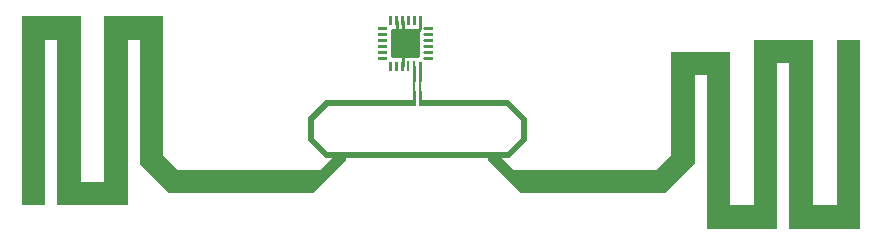
<source format=gbr>
G04 #@! TF.GenerationSoftware,KiCad,Pcbnew,5.1.9*
G04 #@! TF.CreationDate,2021-04-23T11:43:10+02:00*
G04 #@! TF.ProjectId,picsyle-R_als_868,70696373-796c-4652-9d52-5f616c735f38,rev?*
G04 #@! TF.SameCoordinates,Original*
G04 #@! TF.FileFunction,Copper,L1,Top*
G04 #@! TF.FilePolarity,Positive*
%FSLAX46Y46*%
G04 Gerber Fmt 4.6, Leading zero omitted, Abs format (unit mm)*
G04 Created by KiCad (PCBNEW 5.1.9) date 2021-04-23 11:43:10*
%MOMM*%
%LPD*%
G01*
G04 APERTURE LIST*
G04 #@! TA.AperFunction,EtchedComponent*
%ADD10C,0.100000*%
G04 #@! TD*
G04 #@! TA.AperFunction,SMDPad,CuDef*
%ADD11R,0.250000X1.700000*%
G04 #@! TD*
G04 #@! TA.AperFunction,SMDPad,CuDef*
%ADD12R,0.250000X0.825000*%
G04 #@! TD*
G04 #@! TA.AperFunction,Conductor*
%ADD13C,0.250000*%
G04 #@! TD*
G04 APERTURE END LIST*
D10*
G36*
X69500000Y-97703000D02*
G01*
X69500000Y-111703000D01*
X75500000Y-111703000D01*
X75500000Y-97703000D01*
X76500000Y-97703000D01*
X76500000Y-108203000D01*
X79000000Y-110703000D01*
X91207000Y-110703000D01*
X94000000Y-107910000D01*
X94000000Y-107703000D01*
X106000000Y-107703000D01*
X106000000Y-107910000D01*
X108793000Y-110703000D01*
X121000000Y-110703000D01*
X123500000Y-108203000D01*
X123500000Y-100703000D01*
X124500000Y-100703000D01*
X124500000Y-113703000D01*
X130500000Y-113703000D01*
X130500000Y-99703000D01*
X131500000Y-99703000D01*
X131500000Y-113703000D01*
X137500000Y-113703000D01*
X137500000Y-97703000D01*
X135500000Y-97703000D01*
X135500000Y-111703000D01*
X133500000Y-111703000D01*
X133500000Y-97703000D01*
X128500000Y-97703000D01*
X128500000Y-111703000D01*
X126500000Y-111703000D01*
X126500000Y-98703000D01*
X121500000Y-98703000D01*
X121500000Y-107496000D01*
X120293000Y-108703000D01*
X108207000Y-108703000D01*
X107207000Y-107703000D01*
X107782000Y-107703000D01*
X109261000Y-106224000D01*
X109261000Y-104304000D01*
X107782000Y-102825000D01*
X100375000Y-102825000D01*
X100375000Y-102000000D01*
X100125000Y-102000000D01*
X100125000Y-103325000D01*
X107575000Y-103325000D01*
X108761000Y-104511000D01*
X108761000Y-106018000D01*
X107576000Y-107203000D01*
X92424000Y-107203000D01*
X91239000Y-106018000D01*
X91239000Y-104511000D01*
X92425000Y-103325000D01*
X99875000Y-103325000D01*
X99875000Y-102000000D01*
X99625000Y-102000000D01*
X99625000Y-102825000D01*
X92218000Y-102825000D01*
X90739000Y-104304000D01*
X90739000Y-106224000D01*
X92218000Y-107703000D01*
X92793000Y-107703000D01*
X91793000Y-108703000D01*
X79707000Y-108703000D01*
X78500000Y-107496000D01*
X78500000Y-95703000D01*
X73500000Y-95703000D01*
X73500000Y-109703000D01*
X71500000Y-109703000D01*
X71500000Y-95703000D01*
X66500000Y-95703000D01*
X66500000Y-111703000D01*
X68500000Y-111703000D01*
X68500000Y-97703000D01*
X69500000Y-97703000D01*
G37*
D11*
X99750000Y-101150000D03*
X100250000Y-101150000D03*
G04 #@! TA.AperFunction,SMDPad,CuDef*
G36*
G01*
X97414660Y-99387700D02*
X96714660Y-99387700D01*
G75*
G02*
X96652160Y-99325200I0J62500D01*
G01*
X96652160Y-99200200D01*
G75*
G02*
X96714660Y-99137700I62500J0D01*
G01*
X97414660Y-99137700D01*
G75*
G02*
X97477160Y-99200200I0J-62500D01*
G01*
X97477160Y-99325200D01*
G75*
G02*
X97414660Y-99387700I-62500J0D01*
G01*
G37*
G04 #@! TD.AperFunction*
G04 #@! TA.AperFunction,SMDPad,CuDef*
G36*
G01*
X97414660Y-98887700D02*
X96714660Y-98887700D01*
G75*
G02*
X96652160Y-98825200I0J62500D01*
G01*
X96652160Y-98700200D01*
G75*
G02*
X96714660Y-98637700I62500J0D01*
G01*
X97414660Y-98637700D01*
G75*
G02*
X97477160Y-98700200I0J-62500D01*
G01*
X97477160Y-98825200D01*
G75*
G02*
X97414660Y-98887700I-62500J0D01*
G01*
G37*
G04 #@! TD.AperFunction*
G04 #@! TA.AperFunction,SMDPad,CuDef*
G36*
G01*
X97414660Y-98387700D02*
X96714660Y-98387700D01*
G75*
G02*
X96652160Y-98325200I0J62500D01*
G01*
X96652160Y-98200200D01*
G75*
G02*
X96714660Y-98137700I62500J0D01*
G01*
X97414660Y-98137700D01*
G75*
G02*
X97477160Y-98200200I0J-62500D01*
G01*
X97477160Y-98325200D01*
G75*
G02*
X97414660Y-98387700I-62500J0D01*
G01*
G37*
G04 #@! TD.AperFunction*
G04 #@! TA.AperFunction,SMDPad,CuDef*
G36*
G01*
X97414660Y-97887700D02*
X96714660Y-97887700D01*
G75*
G02*
X96652160Y-97825200I0J62500D01*
G01*
X96652160Y-97700200D01*
G75*
G02*
X96714660Y-97637700I62500J0D01*
G01*
X97414660Y-97637700D01*
G75*
G02*
X97477160Y-97700200I0J-62500D01*
G01*
X97477160Y-97825200D01*
G75*
G02*
X97414660Y-97887700I-62500J0D01*
G01*
G37*
G04 #@! TD.AperFunction*
G04 #@! TA.AperFunction,SMDPad,CuDef*
G36*
G01*
X97414660Y-97387700D02*
X96714660Y-97387700D01*
G75*
G02*
X96652160Y-97325200I0J62500D01*
G01*
X96652160Y-97200200D01*
G75*
G02*
X96714660Y-97137700I62500J0D01*
G01*
X97414660Y-97137700D01*
G75*
G02*
X97477160Y-97200200I0J-62500D01*
G01*
X97477160Y-97325200D01*
G75*
G02*
X97414660Y-97387700I-62500J0D01*
G01*
G37*
G04 #@! TD.AperFunction*
G04 #@! TA.AperFunction,SMDPad,CuDef*
G36*
G01*
X97414660Y-96887700D02*
X96714660Y-96887700D01*
G75*
G02*
X96652160Y-96825200I0J62500D01*
G01*
X96652160Y-96700200D01*
G75*
G02*
X96714660Y-96637700I62500J0D01*
G01*
X97414660Y-96637700D01*
G75*
G02*
X97477160Y-96700200I0J-62500D01*
G01*
X97477160Y-96825200D01*
G75*
G02*
X97414660Y-96887700I-62500J0D01*
G01*
G37*
G04 #@! TD.AperFunction*
G04 #@! TA.AperFunction,SMDPad,CuDef*
G36*
G01*
X97814660Y-96487700D02*
X97689660Y-96487700D01*
G75*
G02*
X97627160Y-96425200I0J62500D01*
G01*
X97627160Y-95725200D01*
G75*
G02*
X97689660Y-95662700I62500J0D01*
G01*
X97814660Y-95662700D01*
G75*
G02*
X97877160Y-95725200I0J-62500D01*
G01*
X97877160Y-96425200D01*
G75*
G02*
X97814660Y-96487700I-62500J0D01*
G01*
G37*
G04 #@! TD.AperFunction*
G04 #@! TA.AperFunction,SMDPad,CuDef*
G36*
G01*
X98314660Y-96487700D02*
X98189660Y-96487700D01*
G75*
G02*
X98127160Y-96425200I0J62500D01*
G01*
X98127160Y-95725200D01*
G75*
G02*
X98189660Y-95662700I62500J0D01*
G01*
X98314660Y-95662700D01*
G75*
G02*
X98377160Y-95725200I0J-62500D01*
G01*
X98377160Y-96425200D01*
G75*
G02*
X98314660Y-96487700I-62500J0D01*
G01*
G37*
G04 #@! TD.AperFunction*
G04 #@! TA.AperFunction,SMDPad,CuDef*
G36*
G01*
X98814660Y-96487700D02*
X98689660Y-96487700D01*
G75*
G02*
X98627160Y-96425200I0J62500D01*
G01*
X98627160Y-95725200D01*
G75*
G02*
X98689660Y-95662700I62500J0D01*
G01*
X98814660Y-95662700D01*
G75*
G02*
X98877160Y-95725200I0J-62500D01*
G01*
X98877160Y-96425200D01*
G75*
G02*
X98814660Y-96487700I-62500J0D01*
G01*
G37*
G04 #@! TD.AperFunction*
G04 #@! TA.AperFunction,SMDPad,CuDef*
G36*
G01*
X99314660Y-96487700D02*
X99189660Y-96487700D01*
G75*
G02*
X99127160Y-96425200I0J62500D01*
G01*
X99127160Y-95725200D01*
G75*
G02*
X99189660Y-95662700I62500J0D01*
G01*
X99314660Y-95662700D01*
G75*
G02*
X99377160Y-95725200I0J-62500D01*
G01*
X99377160Y-96425200D01*
G75*
G02*
X99314660Y-96487700I-62500J0D01*
G01*
G37*
G04 #@! TD.AperFunction*
G04 #@! TA.AperFunction,SMDPad,CuDef*
G36*
G01*
X99814660Y-96487700D02*
X99689660Y-96487700D01*
G75*
G02*
X99627160Y-96425200I0J62500D01*
G01*
X99627160Y-95725200D01*
G75*
G02*
X99689660Y-95662700I62500J0D01*
G01*
X99814660Y-95662700D01*
G75*
G02*
X99877160Y-95725200I0J-62500D01*
G01*
X99877160Y-96425200D01*
G75*
G02*
X99814660Y-96487700I-62500J0D01*
G01*
G37*
G04 #@! TD.AperFunction*
G04 #@! TA.AperFunction,SMDPad,CuDef*
G36*
G01*
X100314660Y-96487700D02*
X100189660Y-96487700D01*
G75*
G02*
X100127160Y-96425200I0J62500D01*
G01*
X100127160Y-95725200D01*
G75*
G02*
X100189660Y-95662700I62500J0D01*
G01*
X100314660Y-95662700D01*
G75*
G02*
X100377160Y-95725200I0J-62500D01*
G01*
X100377160Y-96425200D01*
G75*
G02*
X100314660Y-96487700I-62500J0D01*
G01*
G37*
G04 #@! TD.AperFunction*
G04 #@! TA.AperFunction,SMDPad,CuDef*
G36*
G01*
X101289660Y-96887700D02*
X100589660Y-96887700D01*
G75*
G02*
X100527160Y-96825200I0J62500D01*
G01*
X100527160Y-96700200D01*
G75*
G02*
X100589660Y-96637700I62500J0D01*
G01*
X101289660Y-96637700D01*
G75*
G02*
X101352160Y-96700200I0J-62500D01*
G01*
X101352160Y-96825200D01*
G75*
G02*
X101289660Y-96887700I-62500J0D01*
G01*
G37*
G04 #@! TD.AperFunction*
G04 #@! TA.AperFunction,SMDPad,CuDef*
G36*
G01*
X101289660Y-97387700D02*
X100589660Y-97387700D01*
G75*
G02*
X100527160Y-97325200I0J62500D01*
G01*
X100527160Y-97200200D01*
G75*
G02*
X100589660Y-97137700I62500J0D01*
G01*
X101289660Y-97137700D01*
G75*
G02*
X101352160Y-97200200I0J-62500D01*
G01*
X101352160Y-97325200D01*
G75*
G02*
X101289660Y-97387700I-62500J0D01*
G01*
G37*
G04 #@! TD.AperFunction*
G04 #@! TA.AperFunction,SMDPad,CuDef*
G36*
G01*
X101289660Y-97887700D02*
X100589660Y-97887700D01*
G75*
G02*
X100527160Y-97825200I0J62500D01*
G01*
X100527160Y-97700200D01*
G75*
G02*
X100589660Y-97637700I62500J0D01*
G01*
X101289660Y-97637700D01*
G75*
G02*
X101352160Y-97700200I0J-62500D01*
G01*
X101352160Y-97825200D01*
G75*
G02*
X101289660Y-97887700I-62500J0D01*
G01*
G37*
G04 #@! TD.AperFunction*
G04 #@! TA.AperFunction,SMDPad,CuDef*
G36*
G01*
X101289660Y-98387700D02*
X100589660Y-98387700D01*
G75*
G02*
X100527160Y-98325200I0J62500D01*
G01*
X100527160Y-98200200D01*
G75*
G02*
X100589660Y-98137700I62500J0D01*
G01*
X101289660Y-98137700D01*
G75*
G02*
X101352160Y-98200200I0J-62500D01*
G01*
X101352160Y-98325200D01*
G75*
G02*
X101289660Y-98387700I-62500J0D01*
G01*
G37*
G04 #@! TD.AperFunction*
G04 #@! TA.AperFunction,SMDPad,CuDef*
G36*
G01*
X101289660Y-98887700D02*
X100589660Y-98887700D01*
G75*
G02*
X100527160Y-98825200I0J62500D01*
G01*
X100527160Y-98700200D01*
G75*
G02*
X100589660Y-98637700I62500J0D01*
G01*
X101289660Y-98637700D01*
G75*
G02*
X101352160Y-98700200I0J-62500D01*
G01*
X101352160Y-98825200D01*
G75*
G02*
X101289660Y-98887700I-62500J0D01*
G01*
G37*
G04 #@! TD.AperFunction*
G04 #@! TA.AperFunction,SMDPad,CuDef*
G36*
G01*
X101289660Y-99387700D02*
X100589660Y-99387700D01*
G75*
G02*
X100527160Y-99325200I0J62500D01*
G01*
X100527160Y-99200200D01*
G75*
G02*
X100589660Y-99137700I62500J0D01*
G01*
X101289660Y-99137700D01*
G75*
G02*
X101352160Y-99200200I0J-62500D01*
G01*
X101352160Y-99325200D01*
G75*
G02*
X101289660Y-99387700I-62500J0D01*
G01*
G37*
G04 #@! TD.AperFunction*
G04 #@! TA.AperFunction,SMDPad,CuDef*
G36*
G01*
X100314660Y-100362700D02*
X100189660Y-100362700D01*
G75*
G02*
X100127160Y-100300200I0J62500D01*
G01*
X100127160Y-99600200D01*
G75*
G02*
X100189660Y-99537700I62500J0D01*
G01*
X100314660Y-99537700D01*
G75*
G02*
X100377160Y-99600200I0J-62500D01*
G01*
X100377160Y-100300200D01*
G75*
G02*
X100314660Y-100362700I-62500J0D01*
G01*
G37*
G04 #@! TD.AperFunction*
D12*
X99752160Y-99950200D03*
X99252160Y-99950200D03*
G04 #@! TA.AperFunction,SMDPad,CuDef*
G36*
G01*
X98814660Y-100362700D02*
X98689660Y-100362700D01*
G75*
G02*
X98627160Y-100300200I0J62500D01*
G01*
X98627160Y-99600200D01*
G75*
G02*
X98689660Y-99537700I62500J0D01*
G01*
X98814660Y-99537700D01*
G75*
G02*
X98877160Y-99600200I0J-62500D01*
G01*
X98877160Y-100300200D01*
G75*
G02*
X98814660Y-100362700I-62500J0D01*
G01*
G37*
G04 #@! TD.AperFunction*
G04 #@! TA.AperFunction,SMDPad,CuDef*
G36*
G01*
X98314660Y-100362700D02*
X98189660Y-100362700D01*
G75*
G02*
X98127160Y-100300200I0J62500D01*
G01*
X98127160Y-99600200D01*
G75*
G02*
X98189660Y-99537700I62500J0D01*
G01*
X98314660Y-99537700D01*
G75*
G02*
X98377160Y-99600200I0J-62500D01*
G01*
X98377160Y-100300200D01*
G75*
G02*
X98314660Y-100362700I-62500J0D01*
G01*
G37*
G04 #@! TD.AperFunction*
G04 #@! TA.AperFunction,SMDPad,CuDef*
G36*
G01*
X97814660Y-100362700D02*
X97689660Y-100362700D01*
G75*
G02*
X97627160Y-100300200I0J62500D01*
G01*
X97627160Y-99600200D01*
G75*
G02*
X97689660Y-99537700I62500J0D01*
G01*
X97814660Y-99537700D01*
G75*
G02*
X97877160Y-99600200I0J-62500D01*
G01*
X97877160Y-100300200D01*
G75*
G02*
X97814660Y-100362700I-62500J0D01*
G01*
G37*
G04 #@! TD.AperFunction*
G04 #@! TA.AperFunction,SMDPad,CuDef*
G36*
G01*
X100012160Y-99262700D02*
X97992160Y-99262700D01*
G75*
G02*
X97752160Y-99022700I0J240000D01*
G01*
X97752160Y-97002700D01*
G75*
G02*
X97992160Y-96762700I240000J0D01*
G01*
X100012160Y-96762700D01*
G75*
G02*
X100252160Y-97002700I0J-240000D01*
G01*
X100252160Y-99022700D01*
G75*
G02*
X100012160Y-99262700I-240000J0D01*
G01*
G37*
G04 #@! TD.AperFunction*
D13*
X99502160Y-98012700D02*
X98752160Y-98762700D01*
X98252160Y-98762700D02*
X99002160Y-98012700D01*
X99752160Y-98762700D02*
X99002160Y-98012700D01*
X100252160Y-96762700D02*
X99002160Y-98012700D01*
X100252160Y-96075200D02*
X100252160Y-96762700D01*
X98252160Y-97262700D02*
X99002160Y-98012700D01*
X98252160Y-96075200D02*
X98252160Y-97262700D01*
X98752160Y-98262700D02*
X99002160Y-98012700D01*
X98752160Y-99950200D02*
X98752160Y-98262700D01*
X98752160Y-97762700D02*
X99002160Y-98012700D01*
X98752160Y-96075200D02*
X98752160Y-97762700D01*
X99750000Y-99952360D02*
X99752160Y-99950200D01*
X99750000Y-101150000D02*
X99750000Y-99952360D01*
X100250000Y-99952360D02*
X100252160Y-99950200D01*
X100250000Y-101150000D02*
X100250000Y-99952360D01*
M02*

</source>
